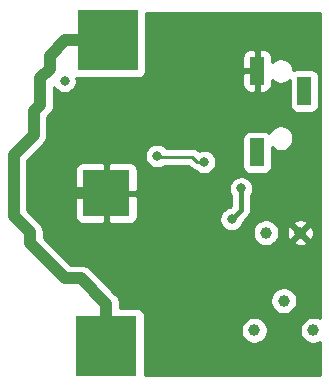
<source format=gbl>
G04 #@! TF.GenerationSoftware,KiCad,Pcbnew,5.1.0*
G04 #@! TF.CreationDate,2019-04-07T16:46:14+09:00*
G04 #@! TF.ProjectId,micro_cmos_guy,6d696372-6f5f-4636-9d6f-735f6775792e,rev?*
G04 #@! TF.SameCoordinates,Original*
G04 #@! TF.FileFunction,Copper,L2,Bot*
G04 #@! TF.FilePolarity,Positive*
%FSLAX46Y46*%
G04 Gerber Fmt 4.6, Leading zero omitted, Abs format (unit mm)*
G04 Created by KiCad (PCBNEW 5.1.0) date 2019-04-07 16:46:14*
%MOMM*%
%LPD*%
G04 APERTURE LIST*
%ADD10R,4.000000X4.000000*%
%ADD11R,5.200000X5.200000*%
%ADD12R,1.200000X2.400000*%
%ADD13C,1.000000*%
%ADD14C,0.800000*%
%ADD15C,1.000000*%
%ADD16C,0.250000*%
%ADD17C,0.400000*%
%ADD18C,0.254000*%
G04 APERTURE END LIST*
D10*
X113500000Y-100900000D03*
D11*
X113500000Y-113850000D03*
X113600000Y-87950000D03*
D12*
X126250000Y-97450000D03*
X126250000Y-90550000D03*
X130250000Y-92250000D03*
D13*
X127000000Y-104250000D03*
X129900000Y-104250000D03*
X126000000Y-112500000D03*
X128500000Y-110000000D03*
X131000000Y-112500000D03*
D14*
X108700000Y-90350000D03*
X109950000Y-91400000D03*
X121750000Y-98250000D03*
X117800000Y-97750000D03*
X108250000Y-101000000D03*
X120900000Y-105750000D03*
X120900000Y-103800000D03*
X124900000Y-100500000D03*
X124100000Y-103100000D03*
D15*
X110000000Y-87950000D02*
X108700000Y-89250000D01*
X113600000Y-87950000D02*
X110000000Y-87950000D01*
X108700000Y-89250000D02*
X108700000Y-90350000D01*
D16*
X121184315Y-98250000D02*
X120734315Y-97800000D01*
X121750000Y-98250000D02*
X121184315Y-98250000D01*
X120734315Y-97800000D02*
X117850000Y-97800000D01*
X117850000Y-97800000D02*
X117800000Y-97750000D01*
D15*
X113500000Y-110250000D02*
X111350000Y-108100000D01*
X113500000Y-113850000D02*
X113500000Y-110250000D01*
X111350000Y-108100000D02*
X110000000Y-108100000D01*
X107049990Y-105149990D02*
X107049990Y-104199990D01*
X110000000Y-108100000D02*
X107049990Y-105149990D01*
X107049990Y-104199990D02*
X105650000Y-102800000D01*
X105650000Y-102800000D02*
X105650000Y-97650000D01*
X105650000Y-97650000D02*
X107350000Y-95950000D01*
X107350000Y-95950000D02*
X107350000Y-93950000D01*
X107350000Y-93950000D02*
X107900000Y-93400000D01*
X107900000Y-91150000D02*
X108700000Y-90350000D01*
X107900000Y-93400000D02*
X107900000Y-91150000D01*
D16*
X120900000Y-105750000D02*
X120900000Y-103800000D01*
D15*
X110500000Y-100900000D02*
X110400000Y-101000000D01*
X110400000Y-101000000D02*
X108250000Y-101000000D01*
X113500000Y-100900000D02*
X110500000Y-100900000D01*
D17*
X124900000Y-100500000D02*
X124900000Y-102300000D01*
X124900000Y-102300000D02*
X124100000Y-103100000D01*
D18*
G36*
X131540001Y-111495764D02*
G01*
X131537624Y-111494176D01*
X131331067Y-111408617D01*
X131111788Y-111365000D01*
X130888212Y-111365000D01*
X130668933Y-111408617D01*
X130462376Y-111494176D01*
X130276480Y-111618388D01*
X130118388Y-111776480D01*
X129994176Y-111962376D01*
X129908617Y-112168933D01*
X129865000Y-112388212D01*
X129865000Y-112611788D01*
X129908617Y-112831067D01*
X129994176Y-113037624D01*
X130118388Y-113223520D01*
X130276480Y-113381612D01*
X130462376Y-113505824D01*
X130668933Y-113591383D01*
X130888212Y-113635000D01*
X131111788Y-113635000D01*
X131331067Y-113591383D01*
X131537624Y-113505824D01*
X131540001Y-113504236D01*
X131540001Y-116067572D01*
X131540000Y-116067582D01*
X131540000Y-116290000D01*
X123449382Y-116290000D01*
X116738072Y-116286184D01*
X116738072Y-112388212D01*
X124865000Y-112388212D01*
X124865000Y-112611788D01*
X124908617Y-112831067D01*
X124994176Y-113037624D01*
X125118388Y-113223520D01*
X125276480Y-113381612D01*
X125462376Y-113505824D01*
X125668933Y-113591383D01*
X125888212Y-113635000D01*
X126111788Y-113635000D01*
X126331067Y-113591383D01*
X126537624Y-113505824D01*
X126723520Y-113381612D01*
X126881612Y-113223520D01*
X127005824Y-113037624D01*
X127091383Y-112831067D01*
X127135000Y-112611788D01*
X127135000Y-112388212D01*
X127091383Y-112168933D01*
X127005824Y-111962376D01*
X126881612Y-111776480D01*
X126723520Y-111618388D01*
X126537624Y-111494176D01*
X126331067Y-111408617D01*
X126111788Y-111365000D01*
X125888212Y-111365000D01*
X125668933Y-111408617D01*
X125462376Y-111494176D01*
X125276480Y-111618388D01*
X125118388Y-111776480D01*
X124994176Y-111962376D01*
X124908617Y-112168933D01*
X124865000Y-112388212D01*
X116738072Y-112388212D01*
X116738072Y-111250000D01*
X116725812Y-111125518D01*
X116689502Y-111005820D01*
X116630537Y-110895506D01*
X116551185Y-110798815D01*
X116454494Y-110719463D01*
X116344180Y-110660498D01*
X116224482Y-110624188D01*
X116100000Y-110611928D01*
X114635000Y-110611928D01*
X114635000Y-110305751D01*
X114640491Y-110249999D01*
X114618577Y-110027500D01*
X114584967Y-109916706D01*
X114576324Y-109888212D01*
X127365000Y-109888212D01*
X127365000Y-110111788D01*
X127408617Y-110331067D01*
X127494176Y-110537624D01*
X127618388Y-110723520D01*
X127776480Y-110881612D01*
X127962376Y-111005824D01*
X128168933Y-111091383D01*
X128388212Y-111135000D01*
X128611788Y-111135000D01*
X128831067Y-111091383D01*
X129037624Y-111005824D01*
X129223520Y-110881612D01*
X129381612Y-110723520D01*
X129505824Y-110537624D01*
X129591383Y-110331067D01*
X129635000Y-110111788D01*
X129635000Y-109888212D01*
X129591383Y-109668933D01*
X129505824Y-109462376D01*
X129381612Y-109276480D01*
X129223520Y-109118388D01*
X129037624Y-108994176D01*
X128831067Y-108908617D01*
X128611788Y-108865000D01*
X128388212Y-108865000D01*
X128168933Y-108908617D01*
X127962376Y-108994176D01*
X127776480Y-109118388D01*
X127618388Y-109276480D01*
X127494176Y-109462376D01*
X127408617Y-109668933D01*
X127365000Y-109888212D01*
X114576324Y-109888212D01*
X114553676Y-109813553D01*
X114448284Y-109616377D01*
X114306449Y-109443551D01*
X114263141Y-109408009D01*
X112191996Y-107336865D01*
X112156449Y-107293551D01*
X111983623Y-107151716D01*
X111786447Y-107046324D01*
X111572499Y-106981423D01*
X111405752Y-106965000D01*
X111405751Y-106965000D01*
X111350000Y-106959509D01*
X111294249Y-106965000D01*
X110470132Y-106965000D01*
X108184990Y-104679859D01*
X108184990Y-104255742D01*
X108190481Y-104199990D01*
X108184397Y-104138212D01*
X125865000Y-104138212D01*
X125865000Y-104361788D01*
X125908617Y-104581067D01*
X125994176Y-104787624D01*
X126118388Y-104973520D01*
X126276480Y-105131612D01*
X126462376Y-105255824D01*
X126668933Y-105341383D01*
X126888212Y-105385000D01*
X127111788Y-105385000D01*
X127331067Y-105341383D01*
X127537624Y-105255824D01*
X127723520Y-105131612D01*
X127826966Y-105028166D01*
X129301439Y-105028166D01*
X129336550Y-105241588D01*
X129540826Y-105332458D01*
X129758905Y-105381731D01*
X129982406Y-105387511D01*
X130202740Y-105349577D01*
X130411440Y-105269387D01*
X130463450Y-105241588D01*
X130498561Y-105028166D01*
X129900000Y-104429605D01*
X129301439Y-105028166D01*
X127826966Y-105028166D01*
X127881612Y-104973520D01*
X128005824Y-104787624D01*
X128091383Y-104581067D01*
X128135000Y-104361788D01*
X128135000Y-104332406D01*
X128762489Y-104332406D01*
X128800423Y-104552740D01*
X128880613Y-104761440D01*
X128908412Y-104813450D01*
X129121834Y-104848561D01*
X129720395Y-104250000D01*
X130079605Y-104250000D01*
X130678166Y-104848561D01*
X130891588Y-104813450D01*
X130982458Y-104609174D01*
X131031731Y-104391095D01*
X131037511Y-104167594D01*
X130999577Y-103947260D01*
X130919387Y-103738560D01*
X130891588Y-103686550D01*
X130678166Y-103651439D01*
X130079605Y-104250000D01*
X129720395Y-104250000D01*
X129121834Y-103651439D01*
X128908412Y-103686550D01*
X128817542Y-103890826D01*
X128768269Y-104108905D01*
X128762489Y-104332406D01*
X128135000Y-104332406D01*
X128135000Y-104138212D01*
X128091383Y-103918933D01*
X128005824Y-103712376D01*
X127881612Y-103526480D01*
X127826966Y-103471834D01*
X129301439Y-103471834D01*
X129900000Y-104070395D01*
X130498561Y-103471834D01*
X130463450Y-103258412D01*
X130259174Y-103167542D01*
X130041095Y-103118269D01*
X129817594Y-103112489D01*
X129597260Y-103150423D01*
X129388560Y-103230613D01*
X129336550Y-103258412D01*
X129301439Y-103471834D01*
X127826966Y-103471834D01*
X127723520Y-103368388D01*
X127537624Y-103244176D01*
X127331067Y-103158617D01*
X127111788Y-103115000D01*
X126888212Y-103115000D01*
X126668933Y-103158617D01*
X126462376Y-103244176D01*
X126276480Y-103368388D01*
X126118388Y-103526480D01*
X125994176Y-103712376D01*
X125908617Y-103918933D01*
X125865000Y-104138212D01*
X108184397Y-104138212D01*
X108168567Y-103977491D01*
X108103666Y-103763543D01*
X107998274Y-103566367D01*
X107972532Y-103535000D01*
X107856439Y-103393541D01*
X107813130Y-103357998D01*
X107355132Y-102900000D01*
X110861928Y-102900000D01*
X110874188Y-103024482D01*
X110910498Y-103144180D01*
X110969463Y-103254494D01*
X111048815Y-103351185D01*
X111145506Y-103430537D01*
X111255820Y-103489502D01*
X111375518Y-103525812D01*
X111500000Y-103538072D01*
X113214250Y-103535000D01*
X113373000Y-103376250D01*
X113373000Y-101027000D01*
X113627000Y-101027000D01*
X113627000Y-103376250D01*
X113785750Y-103535000D01*
X115500000Y-103538072D01*
X115624482Y-103525812D01*
X115744180Y-103489502D01*
X115854494Y-103430537D01*
X115951185Y-103351185D01*
X116030537Y-103254494D01*
X116089502Y-103144180D01*
X116125812Y-103024482D01*
X116128414Y-102998061D01*
X123065000Y-102998061D01*
X123065000Y-103201939D01*
X123104774Y-103401898D01*
X123182795Y-103590256D01*
X123296063Y-103759774D01*
X123440226Y-103903937D01*
X123609744Y-104017205D01*
X123798102Y-104095226D01*
X123998061Y-104135000D01*
X124201939Y-104135000D01*
X124401898Y-104095226D01*
X124590256Y-104017205D01*
X124759774Y-103903937D01*
X124903937Y-103759774D01*
X125017205Y-103590256D01*
X125095226Y-103401898D01*
X125124092Y-103256776D01*
X125461432Y-102919437D01*
X125493291Y-102893291D01*
X125524099Y-102855752D01*
X125597636Y-102766146D01*
X125675172Y-102621087D01*
X125722918Y-102463689D01*
X125739040Y-102300000D01*
X125735000Y-102258982D01*
X125735000Y-101113285D01*
X125817205Y-100990256D01*
X125895226Y-100801898D01*
X125935000Y-100601939D01*
X125935000Y-100398061D01*
X125895226Y-100198102D01*
X125817205Y-100009744D01*
X125703937Y-99840226D01*
X125559774Y-99696063D01*
X125390256Y-99582795D01*
X125201898Y-99504774D01*
X125001939Y-99465000D01*
X124798061Y-99465000D01*
X124598102Y-99504774D01*
X124409744Y-99582795D01*
X124240226Y-99696063D01*
X124096063Y-99840226D01*
X123982795Y-100009744D01*
X123904774Y-100198102D01*
X123865000Y-100398061D01*
X123865000Y-100601939D01*
X123904774Y-100801898D01*
X123982795Y-100990256D01*
X124065000Y-101113285D01*
X124065001Y-101954131D01*
X123943224Y-102075908D01*
X123798102Y-102104774D01*
X123609744Y-102182795D01*
X123440226Y-102296063D01*
X123296063Y-102440226D01*
X123182795Y-102609744D01*
X123104774Y-102798102D01*
X123065000Y-102998061D01*
X116128414Y-102998061D01*
X116138072Y-102900000D01*
X116135000Y-101185750D01*
X115976250Y-101027000D01*
X113627000Y-101027000D01*
X113373000Y-101027000D01*
X111023750Y-101027000D01*
X110865000Y-101185750D01*
X110861928Y-102900000D01*
X107355132Y-102900000D01*
X106785000Y-102329869D01*
X106785000Y-98900000D01*
X110861928Y-98900000D01*
X110865000Y-100614250D01*
X111023750Y-100773000D01*
X113373000Y-100773000D01*
X113373000Y-98423750D01*
X113627000Y-98423750D01*
X113627000Y-100773000D01*
X115976250Y-100773000D01*
X116135000Y-100614250D01*
X116138072Y-98900000D01*
X116125812Y-98775518D01*
X116089502Y-98655820D01*
X116030537Y-98545506D01*
X115951185Y-98448815D01*
X115854494Y-98369463D01*
X115744180Y-98310498D01*
X115624482Y-98274188D01*
X115500000Y-98261928D01*
X113785750Y-98265000D01*
X113627000Y-98423750D01*
X113373000Y-98423750D01*
X113214250Y-98265000D01*
X111500000Y-98261928D01*
X111375518Y-98274188D01*
X111255820Y-98310498D01*
X111145506Y-98369463D01*
X111048815Y-98448815D01*
X110969463Y-98545506D01*
X110910498Y-98655820D01*
X110874188Y-98775518D01*
X110861928Y-98900000D01*
X106785000Y-98900000D01*
X106785000Y-98120131D01*
X107257070Y-97648061D01*
X116765000Y-97648061D01*
X116765000Y-97851939D01*
X116804774Y-98051898D01*
X116882795Y-98240256D01*
X116996063Y-98409774D01*
X117140226Y-98553937D01*
X117309744Y-98667205D01*
X117498102Y-98745226D01*
X117698061Y-98785000D01*
X117901939Y-98785000D01*
X118101898Y-98745226D01*
X118290256Y-98667205D01*
X118450700Y-98560000D01*
X120419514Y-98560000D01*
X120620511Y-98760997D01*
X120644314Y-98790001D01*
X120717461Y-98850031D01*
X120760038Y-98884974D01*
X120892068Y-98955546D01*
X121035276Y-98998987D01*
X121090226Y-99053937D01*
X121259744Y-99167205D01*
X121448102Y-99245226D01*
X121648061Y-99285000D01*
X121851939Y-99285000D01*
X122051898Y-99245226D01*
X122240256Y-99167205D01*
X122409774Y-99053937D01*
X122553937Y-98909774D01*
X122667205Y-98740256D01*
X122745226Y-98551898D01*
X122785000Y-98351939D01*
X122785000Y-98148061D01*
X122745226Y-97948102D01*
X122667205Y-97759744D01*
X122553937Y-97590226D01*
X122409774Y-97446063D01*
X122240256Y-97332795D01*
X122051898Y-97254774D01*
X121851939Y-97215000D01*
X121648061Y-97215000D01*
X121448102Y-97254774D01*
X121317845Y-97308729D01*
X121298119Y-97289003D01*
X121274316Y-97259999D01*
X121158591Y-97165026D01*
X121026562Y-97094454D01*
X120883301Y-97050997D01*
X120771648Y-97040000D01*
X120771637Y-97040000D01*
X120734315Y-97036324D01*
X120696993Y-97040000D01*
X118553711Y-97040000D01*
X118459774Y-96946063D01*
X118290256Y-96832795D01*
X118101898Y-96754774D01*
X117901939Y-96715000D01*
X117698061Y-96715000D01*
X117498102Y-96754774D01*
X117309744Y-96832795D01*
X117140226Y-96946063D01*
X116996063Y-97090226D01*
X116882795Y-97259744D01*
X116804774Y-97448102D01*
X116765000Y-97648061D01*
X107257070Y-97648061D01*
X108113140Y-96791991D01*
X108156449Y-96756449D01*
X108298284Y-96583623D01*
X108403676Y-96386447D01*
X108445067Y-96250000D01*
X125011928Y-96250000D01*
X125011928Y-98650000D01*
X125024188Y-98774482D01*
X125060498Y-98894180D01*
X125119463Y-99004494D01*
X125198815Y-99101185D01*
X125295506Y-99180537D01*
X125405820Y-99239502D01*
X125525518Y-99275812D01*
X125650000Y-99288072D01*
X126850000Y-99288072D01*
X126974482Y-99275812D01*
X127094180Y-99239502D01*
X127204494Y-99180537D01*
X127301185Y-99101185D01*
X127380537Y-99004494D01*
X127439502Y-98894180D01*
X127475812Y-98774482D01*
X127488072Y-98650000D01*
X127488072Y-97022494D01*
X127558353Y-97092775D01*
X127736060Y-97211515D01*
X127933517Y-97293304D01*
X128143137Y-97335000D01*
X128356863Y-97335000D01*
X128566483Y-97293304D01*
X128763940Y-97211515D01*
X128941647Y-97092775D01*
X129092775Y-96941647D01*
X129211515Y-96763940D01*
X129293304Y-96566483D01*
X129335000Y-96356863D01*
X129335000Y-96143137D01*
X129293304Y-95933517D01*
X129211515Y-95736060D01*
X129092775Y-95558353D01*
X128941647Y-95407225D01*
X128763940Y-95288485D01*
X128566483Y-95206696D01*
X128356863Y-95165000D01*
X128143137Y-95165000D01*
X127933517Y-95206696D01*
X127736060Y-95288485D01*
X127558353Y-95407225D01*
X127407225Y-95558353D01*
X127288485Y-95736060D01*
X127272308Y-95775116D01*
X127204494Y-95719463D01*
X127094180Y-95660498D01*
X126974482Y-95624188D01*
X126850000Y-95611928D01*
X125650000Y-95611928D01*
X125525518Y-95624188D01*
X125405820Y-95660498D01*
X125295506Y-95719463D01*
X125198815Y-95798815D01*
X125119463Y-95895506D01*
X125060498Y-96005820D01*
X125024188Y-96125518D01*
X125011928Y-96250000D01*
X108445067Y-96250000D01*
X108468577Y-96172499D01*
X108485000Y-96005752D01*
X108485000Y-96005751D01*
X108490491Y-95950001D01*
X108485000Y-95894249D01*
X108485000Y-94420131D01*
X108663135Y-94241996D01*
X108706449Y-94206449D01*
X108848284Y-94033623D01*
X108953676Y-93836447D01*
X109018577Y-93622499D01*
X109035000Y-93455752D01*
X109035000Y-93455743D01*
X109040490Y-93400001D01*
X109035000Y-93344259D01*
X109035000Y-91893556D01*
X109146063Y-92059774D01*
X109290226Y-92203937D01*
X109459744Y-92317205D01*
X109648102Y-92395226D01*
X109848061Y-92435000D01*
X110051939Y-92435000D01*
X110251898Y-92395226D01*
X110440256Y-92317205D01*
X110609774Y-92203937D01*
X110753937Y-92059774D01*
X110867205Y-91890256D01*
X110925301Y-91750000D01*
X125011928Y-91750000D01*
X125024188Y-91874482D01*
X125060498Y-91994180D01*
X125119463Y-92104494D01*
X125198815Y-92201185D01*
X125295506Y-92280537D01*
X125405820Y-92339502D01*
X125525518Y-92375812D01*
X125650000Y-92388072D01*
X125964250Y-92385000D01*
X126123000Y-92226250D01*
X126123000Y-90677000D01*
X125173750Y-90677000D01*
X125015000Y-90835750D01*
X125011928Y-91750000D01*
X110925301Y-91750000D01*
X110945226Y-91701898D01*
X110985000Y-91501939D01*
X110985000Y-91298061D01*
X110962385Y-91184367D01*
X111000000Y-91188072D01*
X116200000Y-91188072D01*
X116324482Y-91175812D01*
X116444180Y-91139502D01*
X116554494Y-91080537D01*
X116651185Y-91001185D01*
X116730537Y-90904494D01*
X116789502Y-90794180D01*
X116825812Y-90674482D01*
X116838072Y-90550000D01*
X116838072Y-89350000D01*
X125011928Y-89350000D01*
X125015000Y-90264250D01*
X125173750Y-90423000D01*
X126123000Y-90423000D01*
X126123000Y-88873750D01*
X126377000Y-88873750D01*
X126377000Y-90423000D01*
X126397000Y-90423000D01*
X126397000Y-90677000D01*
X126377000Y-90677000D01*
X126377000Y-92226250D01*
X126535750Y-92385000D01*
X126850000Y-92388072D01*
X126974482Y-92375812D01*
X127094180Y-92339502D01*
X127204494Y-92280537D01*
X127301185Y-92201185D01*
X127380537Y-92104494D01*
X127439502Y-91994180D01*
X127475812Y-91874482D01*
X127488072Y-91750000D01*
X127486631Y-91321053D01*
X127558353Y-91392775D01*
X127736060Y-91511515D01*
X127933517Y-91593304D01*
X128143137Y-91635000D01*
X128356863Y-91635000D01*
X128566483Y-91593304D01*
X128763940Y-91511515D01*
X128941647Y-91392775D01*
X129011928Y-91322494D01*
X129011928Y-93450000D01*
X129024188Y-93574482D01*
X129060498Y-93694180D01*
X129119463Y-93804494D01*
X129198815Y-93901185D01*
X129295506Y-93980537D01*
X129405820Y-94039502D01*
X129525518Y-94075812D01*
X129650000Y-94088072D01*
X130850000Y-94088072D01*
X130974482Y-94075812D01*
X131094180Y-94039502D01*
X131204494Y-93980537D01*
X131301185Y-93901185D01*
X131380537Y-93804494D01*
X131439502Y-93694180D01*
X131475812Y-93574482D01*
X131488072Y-93450000D01*
X131488072Y-91050000D01*
X131475812Y-90925518D01*
X131439502Y-90805820D01*
X131380537Y-90695506D01*
X131301185Y-90598815D01*
X131204494Y-90519463D01*
X131094180Y-90460498D01*
X130974482Y-90424188D01*
X130850000Y-90411928D01*
X129650000Y-90411928D01*
X129525518Y-90424188D01*
X129405820Y-90460498D01*
X129335000Y-90498353D01*
X129335000Y-90443137D01*
X129293304Y-90233517D01*
X129211515Y-90036060D01*
X129092775Y-89858353D01*
X128941647Y-89707225D01*
X128763940Y-89588485D01*
X128566483Y-89506696D01*
X128356863Y-89465000D01*
X128143137Y-89465000D01*
X127933517Y-89506696D01*
X127736060Y-89588485D01*
X127558353Y-89707225D01*
X127486631Y-89778947D01*
X127488072Y-89350000D01*
X127475812Y-89225518D01*
X127439502Y-89105820D01*
X127380537Y-88995506D01*
X127301185Y-88898815D01*
X127204494Y-88819463D01*
X127094180Y-88760498D01*
X126974482Y-88724188D01*
X126850000Y-88711928D01*
X126535750Y-88715000D01*
X126377000Y-88873750D01*
X126123000Y-88873750D01*
X125964250Y-88715000D01*
X125650000Y-88711928D01*
X125525518Y-88724188D01*
X125405820Y-88760498D01*
X125295506Y-88819463D01*
X125198815Y-88898815D01*
X125119463Y-88995506D01*
X125060498Y-89105820D01*
X125024188Y-89225518D01*
X125011928Y-89350000D01*
X116838072Y-89350000D01*
X116838072Y-85660000D01*
X131540000Y-85660000D01*
X131540001Y-111495764D01*
X131540001Y-111495764D01*
G37*
X131540001Y-111495764D02*
X131537624Y-111494176D01*
X131331067Y-111408617D01*
X131111788Y-111365000D01*
X130888212Y-111365000D01*
X130668933Y-111408617D01*
X130462376Y-111494176D01*
X130276480Y-111618388D01*
X130118388Y-111776480D01*
X129994176Y-111962376D01*
X129908617Y-112168933D01*
X129865000Y-112388212D01*
X129865000Y-112611788D01*
X129908617Y-112831067D01*
X129994176Y-113037624D01*
X130118388Y-113223520D01*
X130276480Y-113381612D01*
X130462376Y-113505824D01*
X130668933Y-113591383D01*
X130888212Y-113635000D01*
X131111788Y-113635000D01*
X131331067Y-113591383D01*
X131537624Y-113505824D01*
X131540001Y-113504236D01*
X131540001Y-116067572D01*
X131540000Y-116067582D01*
X131540000Y-116290000D01*
X123449382Y-116290000D01*
X116738072Y-116286184D01*
X116738072Y-112388212D01*
X124865000Y-112388212D01*
X124865000Y-112611788D01*
X124908617Y-112831067D01*
X124994176Y-113037624D01*
X125118388Y-113223520D01*
X125276480Y-113381612D01*
X125462376Y-113505824D01*
X125668933Y-113591383D01*
X125888212Y-113635000D01*
X126111788Y-113635000D01*
X126331067Y-113591383D01*
X126537624Y-113505824D01*
X126723520Y-113381612D01*
X126881612Y-113223520D01*
X127005824Y-113037624D01*
X127091383Y-112831067D01*
X127135000Y-112611788D01*
X127135000Y-112388212D01*
X127091383Y-112168933D01*
X127005824Y-111962376D01*
X126881612Y-111776480D01*
X126723520Y-111618388D01*
X126537624Y-111494176D01*
X126331067Y-111408617D01*
X126111788Y-111365000D01*
X125888212Y-111365000D01*
X125668933Y-111408617D01*
X125462376Y-111494176D01*
X125276480Y-111618388D01*
X125118388Y-111776480D01*
X124994176Y-111962376D01*
X124908617Y-112168933D01*
X124865000Y-112388212D01*
X116738072Y-112388212D01*
X116738072Y-111250000D01*
X116725812Y-111125518D01*
X116689502Y-111005820D01*
X116630537Y-110895506D01*
X116551185Y-110798815D01*
X116454494Y-110719463D01*
X116344180Y-110660498D01*
X116224482Y-110624188D01*
X116100000Y-110611928D01*
X114635000Y-110611928D01*
X114635000Y-110305751D01*
X114640491Y-110249999D01*
X114618577Y-110027500D01*
X114584967Y-109916706D01*
X114576324Y-109888212D01*
X127365000Y-109888212D01*
X127365000Y-110111788D01*
X127408617Y-110331067D01*
X127494176Y-110537624D01*
X127618388Y-110723520D01*
X127776480Y-110881612D01*
X127962376Y-111005824D01*
X128168933Y-111091383D01*
X128388212Y-111135000D01*
X128611788Y-111135000D01*
X128831067Y-111091383D01*
X129037624Y-111005824D01*
X129223520Y-110881612D01*
X129381612Y-110723520D01*
X129505824Y-110537624D01*
X129591383Y-110331067D01*
X129635000Y-110111788D01*
X129635000Y-109888212D01*
X129591383Y-109668933D01*
X129505824Y-109462376D01*
X129381612Y-109276480D01*
X129223520Y-109118388D01*
X129037624Y-108994176D01*
X128831067Y-108908617D01*
X128611788Y-108865000D01*
X128388212Y-108865000D01*
X128168933Y-108908617D01*
X127962376Y-108994176D01*
X127776480Y-109118388D01*
X127618388Y-109276480D01*
X127494176Y-109462376D01*
X127408617Y-109668933D01*
X127365000Y-109888212D01*
X114576324Y-109888212D01*
X114553676Y-109813553D01*
X114448284Y-109616377D01*
X114306449Y-109443551D01*
X114263141Y-109408009D01*
X112191996Y-107336865D01*
X112156449Y-107293551D01*
X111983623Y-107151716D01*
X111786447Y-107046324D01*
X111572499Y-106981423D01*
X111405752Y-106965000D01*
X111405751Y-106965000D01*
X111350000Y-106959509D01*
X111294249Y-106965000D01*
X110470132Y-106965000D01*
X108184990Y-104679859D01*
X108184990Y-104255742D01*
X108190481Y-104199990D01*
X108184397Y-104138212D01*
X125865000Y-104138212D01*
X125865000Y-104361788D01*
X125908617Y-104581067D01*
X125994176Y-104787624D01*
X126118388Y-104973520D01*
X126276480Y-105131612D01*
X126462376Y-105255824D01*
X126668933Y-105341383D01*
X126888212Y-105385000D01*
X127111788Y-105385000D01*
X127331067Y-105341383D01*
X127537624Y-105255824D01*
X127723520Y-105131612D01*
X127826966Y-105028166D01*
X129301439Y-105028166D01*
X129336550Y-105241588D01*
X129540826Y-105332458D01*
X129758905Y-105381731D01*
X129982406Y-105387511D01*
X130202740Y-105349577D01*
X130411440Y-105269387D01*
X130463450Y-105241588D01*
X130498561Y-105028166D01*
X129900000Y-104429605D01*
X129301439Y-105028166D01*
X127826966Y-105028166D01*
X127881612Y-104973520D01*
X128005824Y-104787624D01*
X128091383Y-104581067D01*
X128135000Y-104361788D01*
X128135000Y-104332406D01*
X128762489Y-104332406D01*
X128800423Y-104552740D01*
X128880613Y-104761440D01*
X128908412Y-104813450D01*
X129121834Y-104848561D01*
X129720395Y-104250000D01*
X130079605Y-104250000D01*
X130678166Y-104848561D01*
X130891588Y-104813450D01*
X130982458Y-104609174D01*
X131031731Y-104391095D01*
X131037511Y-104167594D01*
X130999577Y-103947260D01*
X130919387Y-103738560D01*
X130891588Y-103686550D01*
X130678166Y-103651439D01*
X130079605Y-104250000D01*
X129720395Y-104250000D01*
X129121834Y-103651439D01*
X128908412Y-103686550D01*
X128817542Y-103890826D01*
X128768269Y-104108905D01*
X128762489Y-104332406D01*
X128135000Y-104332406D01*
X128135000Y-104138212D01*
X128091383Y-103918933D01*
X128005824Y-103712376D01*
X127881612Y-103526480D01*
X127826966Y-103471834D01*
X129301439Y-103471834D01*
X129900000Y-104070395D01*
X130498561Y-103471834D01*
X130463450Y-103258412D01*
X130259174Y-103167542D01*
X130041095Y-103118269D01*
X129817594Y-103112489D01*
X129597260Y-103150423D01*
X129388560Y-103230613D01*
X129336550Y-103258412D01*
X129301439Y-103471834D01*
X127826966Y-103471834D01*
X127723520Y-103368388D01*
X127537624Y-103244176D01*
X127331067Y-103158617D01*
X127111788Y-103115000D01*
X126888212Y-103115000D01*
X126668933Y-103158617D01*
X126462376Y-103244176D01*
X126276480Y-103368388D01*
X126118388Y-103526480D01*
X125994176Y-103712376D01*
X125908617Y-103918933D01*
X125865000Y-104138212D01*
X108184397Y-104138212D01*
X108168567Y-103977491D01*
X108103666Y-103763543D01*
X107998274Y-103566367D01*
X107972532Y-103535000D01*
X107856439Y-103393541D01*
X107813130Y-103357998D01*
X107355132Y-102900000D01*
X110861928Y-102900000D01*
X110874188Y-103024482D01*
X110910498Y-103144180D01*
X110969463Y-103254494D01*
X111048815Y-103351185D01*
X111145506Y-103430537D01*
X111255820Y-103489502D01*
X111375518Y-103525812D01*
X111500000Y-103538072D01*
X113214250Y-103535000D01*
X113373000Y-103376250D01*
X113373000Y-101027000D01*
X113627000Y-101027000D01*
X113627000Y-103376250D01*
X113785750Y-103535000D01*
X115500000Y-103538072D01*
X115624482Y-103525812D01*
X115744180Y-103489502D01*
X115854494Y-103430537D01*
X115951185Y-103351185D01*
X116030537Y-103254494D01*
X116089502Y-103144180D01*
X116125812Y-103024482D01*
X116128414Y-102998061D01*
X123065000Y-102998061D01*
X123065000Y-103201939D01*
X123104774Y-103401898D01*
X123182795Y-103590256D01*
X123296063Y-103759774D01*
X123440226Y-103903937D01*
X123609744Y-104017205D01*
X123798102Y-104095226D01*
X123998061Y-104135000D01*
X124201939Y-104135000D01*
X124401898Y-104095226D01*
X124590256Y-104017205D01*
X124759774Y-103903937D01*
X124903937Y-103759774D01*
X125017205Y-103590256D01*
X125095226Y-103401898D01*
X125124092Y-103256776D01*
X125461432Y-102919437D01*
X125493291Y-102893291D01*
X125524099Y-102855752D01*
X125597636Y-102766146D01*
X125675172Y-102621087D01*
X125722918Y-102463689D01*
X125739040Y-102300000D01*
X125735000Y-102258982D01*
X125735000Y-101113285D01*
X125817205Y-100990256D01*
X125895226Y-100801898D01*
X125935000Y-100601939D01*
X125935000Y-100398061D01*
X125895226Y-100198102D01*
X125817205Y-100009744D01*
X125703937Y-99840226D01*
X125559774Y-99696063D01*
X125390256Y-99582795D01*
X125201898Y-99504774D01*
X125001939Y-99465000D01*
X124798061Y-99465000D01*
X124598102Y-99504774D01*
X124409744Y-99582795D01*
X124240226Y-99696063D01*
X124096063Y-99840226D01*
X123982795Y-100009744D01*
X123904774Y-100198102D01*
X123865000Y-100398061D01*
X123865000Y-100601939D01*
X123904774Y-100801898D01*
X123982795Y-100990256D01*
X124065000Y-101113285D01*
X124065001Y-101954131D01*
X123943224Y-102075908D01*
X123798102Y-102104774D01*
X123609744Y-102182795D01*
X123440226Y-102296063D01*
X123296063Y-102440226D01*
X123182795Y-102609744D01*
X123104774Y-102798102D01*
X123065000Y-102998061D01*
X116128414Y-102998061D01*
X116138072Y-102900000D01*
X116135000Y-101185750D01*
X115976250Y-101027000D01*
X113627000Y-101027000D01*
X113373000Y-101027000D01*
X111023750Y-101027000D01*
X110865000Y-101185750D01*
X110861928Y-102900000D01*
X107355132Y-102900000D01*
X106785000Y-102329869D01*
X106785000Y-98900000D01*
X110861928Y-98900000D01*
X110865000Y-100614250D01*
X111023750Y-100773000D01*
X113373000Y-100773000D01*
X113373000Y-98423750D01*
X113627000Y-98423750D01*
X113627000Y-100773000D01*
X115976250Y-100773000D01*
X116135000Y-100614250D01*
X116138072Y-98900000D01*
X116125812Y-98775518D01*
X116089502Y-98655820D01*
X116030537Y-98545506D01*
X115951185Y-98448815D01*
X115854494Y-98369463D01*
X115744180Y-98310498D01*
X115624482Y-98274188D01*
X115500000Y-98261928D01*
X113785750Y-98265000D01*
X113627000Y-98423750D01*
X113373000Y-98423750D01*
X113214250Y-98265000D01*
X111500000Y-98261928D01*
X111375518Y-98274188D01*
X111255820Y-98310498D01*
X111145506Y-98369463D01*
X111048815Y-98448815D01*
X110969463Y-98545506D01*
X110910498Y-98655820D01*
X110874188Y-98775518D01*
X110861928Y-98900000D01*
X106785000Y-98900000D01*
X106785000Y-98120131D01*
X107257070Y-97648061D01*
X116765000Y-97648061D01*
X116765000Y-97851939D01*
X116804774Y-98051898D01*
X116882795Y-98240256D01*
X116996063Y-98409774D01*
X117140226Y-98553937D01*
X117309744Y-98667205D01*
X117498102Y-98745226D01*
X117698061Y-98785000D01*
X117901939Y-98785000D01*
X118101898Y-98745226D01*
X118290256Y-98667205D01*
X118450700Y-98560000D01*
X120419514Y-98560000D01*
X120620511Y-98760997D01*
X120644314Y-98790001D01*
X120717461Y-98850031D01*
X120760038Y-98884974D01*
X120892068Y-98955546D01*
X121035276Y-98998987D01*
X121090226Y-99053937D01*
X121259744Y-99167205D01*
X121448102Y-99245226D01*
X121648061Y-99285000D01*
X121851939Y-99285000D01*
X122051898Y-99245226D01*
X122240256Y-99167205D01*
X122409774Y-99053937D01*
X122553937Y-98909774D01*
X122667205Y-98740256D01*
X122745226Y-98551898D01*
X122785000Y-98351939D01*
X122785000Y-98148061D01*
X122745226Y-97948102D01*
X122667205Y-97759744D01*
X122553937Y-97590226D01*
X122409774Y-97446063D01*
X122240256Y-97332795D01*
X122051898Y-97254774D01*
X121851939Y-97215000D01*
X121648061Y-97215000D01*
X121448102Y-97254774D01*
X121317845Y-97308729D01*
X121298119Y-97289003D01*
X121274316Y-97259999D01*
X121158591Y-97165026D01*
X121026562Y-97094454D01*
X120883301Y-97050997D01*
X120771648Y-97040000D01*
X120771637Y-97040000D01*
X120734315Y-97036324D01*
X120696993Y-97040000D01*
X118553711Y-97040000D01*
X118459774Y-96946063D01*
X118290256Y-96832795D01*
X118101898Y-96754774D01*
X117901939Y-96715000D01*
X117698061Y-96715000D01*
X117498102Y-96754774D01*
X117309744Y-96832795D01*
X117140226Y-96946063D01*
X116996063Y-97090226D01*
X116882795Y-97259744D01*
X116804774Y-97448102D01*
X116765000Y-97648061D01*
X107257070Y-97648061D01*
X108113140Y-96791991D01*
X108156449Y-96756449D01*
X108298284Y-96583623D01*
X108403676Y-96386447D01*
X108445067Y-96250000D01*
X125011928Y-96250000D01*
X125011928Y-98650000D01*
X125024188Y-98774482D01*
X125060498Y-98894180D01*
X125119463Y-99004494D01*
X125198815Y-99101185D01*
X125295506Y-99180537D01*
X125405820Y-99239502D01*
X125525518Y-99275812D01*
X125650000Y-99288072D01*
X126850000Y-99288072D01*
X126974482Y-99275812D01*
X127094180Y-99239502D01*
X127204494Y-99180537D01*
X127301185Y-99101185D01*
X127380537Y-99004494D01*
X127439502Y-98894180D01*
X127475812Y-98774482D01*
X127488072Y-98650000D01*
X127488072Y-97022494D01*
X127558353Y-97092775D01*
X127736060Y-97211515D01*
X127933517Y-97293304D01*
X128143137Y-97335000D01*
X128356863Y-97335000D01*
X128566483Y-97293304D01*
X128763940Y-97211515D01*
X128941647Y-97092775D01*
X129092775Y-96941647D01*
X129211515Y-96763940D01*
X129293304Y-96566483D01*
X129335000Y-96356863D01*
X129335000Y-96143137D01*
X129293304Y-95933517D01*
X129211515Y-95736060D01*
X129092775Y-95558353D01*
X128941647Y-95407225D01*
X128763940Y-95288485D01*
X128566483Y-95206696D01*
X128356863Y-95165000D01*
X128143137Y-95165000D01*
X127933517Y-95206696D01*
X127736060Y-95288485D01*
X127558353Y-95407225D01*
X127407225Y-95558353D01*
X127288485Y-95736060D01*
X127272308Y-95775116D01*
X127204494Y-95719463D01*
X127094180Y-95660498D01*
X126974482Y-95624188D01*
X126850000Y-95611928D01*
X125650000Y-95611928D01*
X125525518Y-95624188D01*
X125405820Y-95660498D01*
X125295506Y-95719463D01*
X125198815Y-95798815D01*
X125119463Y-95895506D01*
X125060498Y-96005820D01*
X125024188Y-96125518D01*
X125011928Y-96250000D01*
X108445067Y-96250000D01*
X108468577Y-96172499D01*
X108485000Y-96005752D01*
X108485000Y-96005751D01*
X108490491Y-95950001D01*
X108485000Y-95894249D01*
X108485000Y-94420131D01*
X108663135Y-94241996D01*
X108706449Y-94206449D01*
X108848284Y-94033623D01*
X108953676Y-93836447D01*
X109018577Y-93622499D01*
X109035000Y-93455752D01*
X109035000Y-93455743D01*
X109040490Y-93400001D01*
X109035000Y-93344259D01*
X109035000Y-91893556D01*
X109146063Y-92059774D01*
X109290226Y-92203937D01*
X109459744Y-92317205D01*
X109648102Y-92395226D01*
X109848061Y-92435000D01*
X110051939Y-92435000D01*
X110251898Y-92395226D01*
X110440256Y-92317205D01*
X110609774Y-92203937D01*
X110753937Y-92059774D01*
X110867205Y-91890256D01*
X110925301Y-91750000D01*
X125011928Y-91750000D01*
X125024188Y-91874482D01*
X125060498Y-91994180D01*
X125119463Y-92104494D01*
X125198815Y-92201185D01*
X125295506Y-92280537D01*
X125405820Y-92339502D01*
X125525518Y-92375812D01*
X125650000Y-92388072D01*
X125964250Y-92385000D01*
X126123000Y-92226250D01*
X126123000Y-90677000D01*
X125173750Y-90677000D01*
X125015000Y-90835750D01*
X125011928Y-91750000D01*
X110925301Y-91750000D01*
X110945226Y-91701898D01*
X110985000Y-91501939D01*
X110985000Y-91298061D01*
X110962385Y-91184367D01*
X111000000Y-91188072D01*
X116200000Y-91188072D01*
X116324482Y-91175812D01*
X116444180Y-91139502D01*
X116554494Y-91080537D01*
X116651185Y-91001185D01*
X116730537Y-90904494D01*
X116789502Y-90794180D01*
X116825812Y-90674482D01*
X116838072Y-90550000D01*
X116838072Y-89350000D01*
X125011928Y-89350000D01*
X125015000Y-90264250D01*
X125173750Y-90423000D01*
X126123000Y-90423000D01*
X126123000Y-88873750D01*
X126377000Y-88873750D01*
X126377000Y-90423000D01*
X126397000Y-90423000D01*
X126397000Y-90677000D01*
X126377000Y-90677000D01*
X126377000Y-92226250D01*
X126535750Y-92385000D01*
X126850000Y-92388072D01*
X126974482Y-92375812D01*
X127094180Y-92339502D01*
X127204494Y-92280537D01*
X127301185Y-92201185D01*
X127380537Y-92104494D01*
X127439502Y-91994180D01*
X127475812Y-91874482D01*
X127488072Y-91750000D01*
X127486631Y-91321053D01*
X127558353Y-91392775D01*
X127736060Y-91511515D01*
X127933517Y-91593304D01*
X128143137Y-91635000D01*
X128356863Y-91635000D01*
X128566483Y-91593304D01*
X128763940Y-91511515D01*
X128941647Y-91392775D01*
X129011928Y-91322494D01*
X129011928Y-93450000D01*
X129024188Y-93574482D01*
X129060498Y-93694180D01*
X129119463Y-93804494D01*
X129198815Y-93901185D01*
X129295506Y-93980537D01*
X129405820Y-94039502D01*
X129525518Y-94075812D01*
X129650000Y-94088072D01*
X130850000Y-94088072D01*
X130974482Y-94075812D01*
X131094180Y-94039502D01*
X131204494Y-93980537D01*
X131301185Y-93901185D01*
X131380537Y-93804494D01*
X131439502Y-93694180D01*
X131475812Y-93574482D01*
X131488072Y-93450000D01*
X131488072Y-91050000D01*
X131475812Y-90925518D01*
X131439502Y-90805820D01*
X131380537Y-90695506D01*
X131301185Y-90598815D01*
X131204494Y-90519463D01*
X131094180Y-90460498D01*
X130974482Y-90424188D01*
X130850000Y-90411928D01*
X129650000Y-90411928D01*
X129525518Y-90424188D01*
X129405820Y-90460498D01*
X129335000Y-90498353D01*
X129335000Y-90443137D01*
X129293304Y-90233517D01*
X129211515Y-90036060D01*
X129092775Y-89858353D01*
X128941647Y-89707225D01*
X128763940Y-89588485D01*
X128566483Y-89506696D01*
X128356863Y-89465000D01*
X128143137Y-89465000D01*
X127933517Y-89506696D01*
X127736060Y-89588485D01*
X127558353Y-89707225D01*
X127486631Y-89778947D01*
X127488072Y-89350000D01*
X127475812Y-89225518D01*
X127439502Y-89105820D01*
X127380537Y-88995506D01*
X127301185Y-88898815D01*
X127204494Y-88819463D01*
X127094180Y-88760498D01*
X126974482Y-88724188D01*
X126850000Y-88711928D01*
X126535750Y-88715000D01*
X126377000Y-88873750D01*
X126123000Y-88873750D01*
X125964250Y-88715000D01*
X125650000Y-88711928D01*
X125525518Y-88724188D01*
X125405820Y-88760498D01*
X125295506Y-88819463D01*
X125198815Y-88898815D01*
X125119463Y-88995506D01*
X125060498Y-89105820D01*
X125024188Y-89225518D01*
X125011928Y-89350000D01*
X116838072Y-89350000D01*
X116838072Y-85660000D01*
X131540000Y-85660000D01*
X131540001Y-111495764D01*
M02*

</source>
